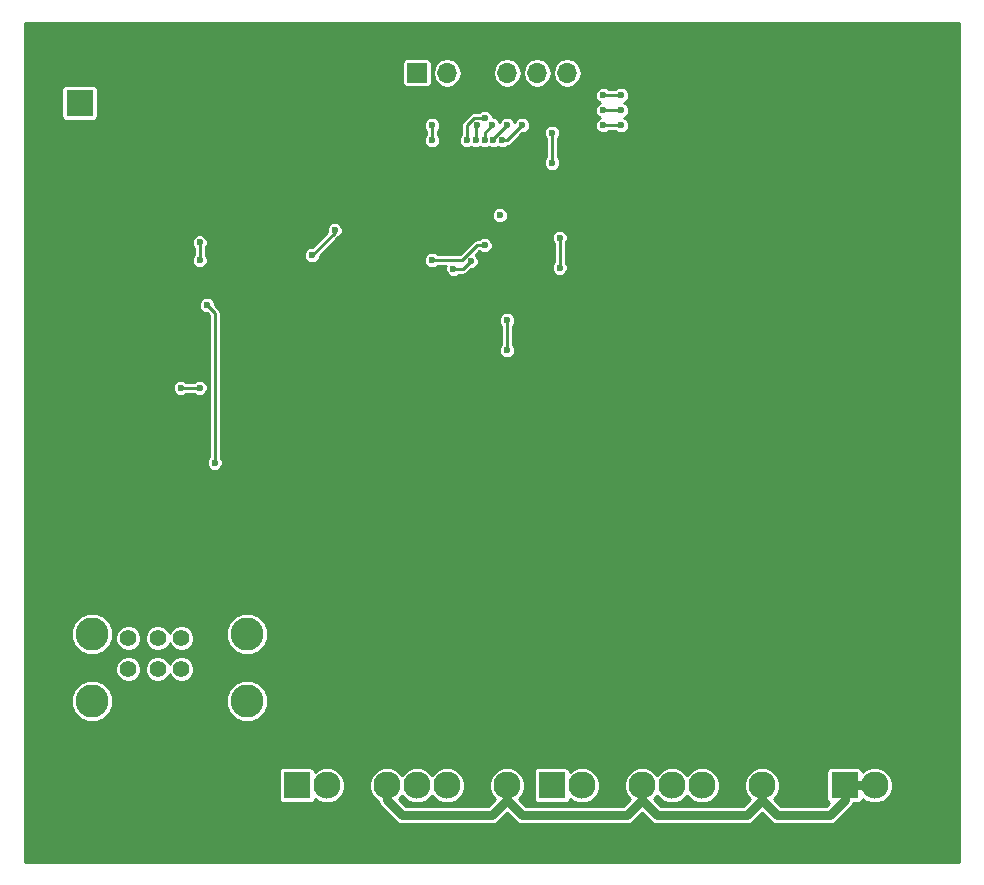
<source format=gbl>
G04 #@! TF.FileFunction,Copper,L2,Bot,Signal*
%FSLAX46Y46*%
G04 Gerber Fmt 4.6, Leading zero omitted, Abs format (unit mm)*
G04 Created by KiCad (PCBNEW 4.0.2+dfsg1-stable) date Tue 14 Aug 2018 06:50:16 PM EDT*
%MOMM*%
G01*
G04 APERTURE LIST*
%ADD10C,0.127000*%
%ADD11C,1.420000*%
%ADD12C,2.800000*%
%ADD13C,2.300000*%
%ADD14R,2.300000X2.300000*%
%ADD15R,1.700000X1.700000*%
%ADD16O,1.700000X1.700000*%
%ADD17C,0.600000*%
%ADD18C,0.254000*%
%ADD19C,0.762000*%
G04 APERTURE END LIST*
D10*
D11*
X9200000Y19440005D03*
X11700000Y19440005D03*
X13700000Y19440005D03*
X16200000Y19440005D03*
X9200000Y16820005D03*
X11700000Y16820005D03*
X13700000Y16820005D03*
X16200000Y16820005D03*
D12*
X19270000Y14110005D03*
X19270000Y19790005D03*
X6130000Y19790005D03*
X6130000Y14110005D03*
D13*
X62865000Y6985000D03*
X60325000Y6985000D03*
X57785000Y6985000D03*
X55245000Y6985000D03*
X52705000Y6985000D03*
X50165000Y6985000D03*
X47625000Y6985000D03*
D14*
X45085000Y6985000D03*
X23495000Y6985000D03*
D13*
X26035000Y6985000D03*
X28575000Y6985000D03*
X31115000Y6985000D03*
X33655000Y6985000D03*
X36195000Y6985000D03*
X38735000Y6985000D03*
X41275000Y6985000D03*
D14*
X69850000Y6985000D03*
D13*
X72390000Y6985000D03*
D15*
X33655000Y67310000D03*
D16*
X36195000Y67310000D03*
X38735000Y67310000D03*
X41275000Y67310000D03*
X43815000Y67310000D03*
X46355000Y67310000D03*
D14*
X5080000Y64770000D03*
D13*
X7620000Y64770000D03*
D17*
X48260000Y55245000D03*
X48260000Y59055000D03*
X41367205Y60232795D03*
X41910000Y58420000D03*
X38100000Y57150000D03*
X3810000Y53975000D03*
X7620000Y53975000D03*
X19050000Y48260000D03*
X10160000Y45720000D03*
X9525000Y45720000D03*
X8890000Y45720000D03*
X8255000Y45720000D03*
X9525000Y49530000D03*
X8890000Y49530000D03*
X8255000Y49530000D03*
X10160000Y49530000D03*
X76200000Y59690000D03*
X20320000Y22860000D03*
X31115000Y59690000D03*
X32385000Y55245000D03*
X12065000Y50800000D03*
X23495000Y34925000D03*
X33655000Y34925000D03*
X45085000Y34925000D03*
X61595000Y40640000D03*
X55245000Y34925000D03*
X23495000Y40640000D03*
X29845000Y40640000D03*
X33710619Y40584381D03*
X40005000Y40640000D03*
X55181881Y40576881D03*
X51435000Y40640000D03*
X45085000Y40640000D03*
X46990000Y45085000D03*
X46990000Y46355000D03*
X46990000Y47650200D03*
X38100000Y47000200D03*
X38100000Y45720000D03*
X34925000Y43180000D03*
X62865000Y21590000D03*
X52705000Y21590000D03*
X31115000Y21590000D03*
X41275000Y21590000D03*
X15240000Y26670000D03*
X34925000Y62865000D03*
X34925000Y61595000D03*
X39370000Y63500000D03*
X37865194Y61595000D03*
X38735000Y62865000D03*
X38617597Y61595000D03*
X45720000Y53340000D03*
X45720000Y50800000D03*
X41275000Y46355000D03*
X41275000Y43815000D03*
X13649401Y40640000D03*
X15240000Y40640000D03*
X40005000Y62865000D03*
X39370000Y61595000D03*
X50922200Y65405000D03*
X49407800Y65405000D03*
X41275000Y62865000D03*
X40122403Y61595000D03*
X50922200Y64135000D03*
X49407800Y64135000D03*
X42545000Y62865000D03*
X40874806Y61595000D03*
X50922200Y62865000D03*
X49407800Y62865000D03*
X39370000Y52705000D03*
X34925000Y51435000D03*
X26670000Y53975000D03*
X24765000Y51862180D03*
X45085000Y59690000D03*
X45085000Y62230000D03*
X38192205Y51342795D03*
X36735296Y50705296D03*
X40664698Y55245000D03*
X15875000Y47625000D03*
X16510000Y34290000D03*
X15240000Y52949401D03*
X15240000Y51435000D03*
D18*
X34925000Y61595000D02*
X34925000Y62865000D01*
X37865194Y61595000D02*
X37865194Y62852708D01*
X37865194Y62852708D02*
X38512486Y63500000D01*
X38512486Y63500000D02*
X39370000Y63500000D01*
X38617597Y61595000D02*
X38617597Y62747597D01*
X38617597Y62747597D02*
X38735000Y62865000D01*
X45720000Y50800000D02*
X45720000Y53340000D01*
X41275000Y43815000D02*
X41275000Y46355000D01*
D19*
X69850000Y6985000D02*
X72390000Y6985000D01*
X62865000Y6985000D02*
X62865000Y5715000D01*
X62865000Y5715000D02*
X64135000Y4445000D01*
X69850000Y5715000D02*
X69850000Y6985000D01*
X68580000Y4445000D02*
X69850000Y5715000D01*
X64135000Y4445000D02*
X68580000Y4445000D01*
X52705000Y5715000D02*
X53975000Y4445000D01*
X61595000Y4445000D02*
X62865000Y5715000D01*
X53975000Y4445000D02*
X61595000Y4445000D01*
X41275000Y5715000D02*
X42545000Y4445000D01*
X52705000Y5715000D02*
X52705000Y6985000D01*
X51435000Y4445000D02*
X52705000Y5715000D01*
X42545000Y4445000D02*
X51435000Y4445000D01*
X31115000Y6985000D02*
X31115000Y5715000D01*
X41275000Y5715000D02*
X41275000Y6985000D01*
X40005000Y4445000D02*
X41275000Y5715000D01*
X32385000Y4445000D02*
X40005000Y4445000D01*
X31115000Y5715000D02*
X32385000Y4445000D01*
D18*
X15240000Y40640000D02*
X13649401Y40640000D01*
X39370000Y61595000D02*
X39370000Y62230000D01*
X39370000Y62230000D02*
X40005000Y62865000D01*
X49407800Y65405000D02*
X50922200Y65405000D01*
X40122403Y61595000D02*
X40122403Y61712403D01*
X40122403Y61712403D02*
X41275000Y62865000D01*
X49407800Y64135000D02*
X50922200Y64135000D01*
X40874806Y61595000D02*
X41275000Y61595000D01*
X41275000Y61595000D02*
X42545000Y62865000D01*
X49407800Y62865000D02*
X50922200Y62865000D01*
X39370000Y52705000D02*
X38735000Y52705000D01*
X38735000Y52705000D02*
X37465000Y51435000D01*
X37465000Y51435000D02*
X38100000Y52070000D01*
X34925000Y51435000D02*
X37465000Y51435000D01*
X24765000Y51862180D02*
X26670000Y53767180D01*
X26670000Y53767180D02*
X26670000Y53975000D01*
X45085000Y62230000D02*
X45085000Y59690000D01*
X36735296Y50705296D02*
X37554706Y50705296D01*
X37554706Y50705296D02*
X38192205Y51342795D01*
X40740939Y55168759D02*
X40664698Y55245000D01*
X16510000Y34290000D02*
X16510000Y46990000D01*
X16510000Y46990000D02*
X15875000Y47625000D01*
X15240000Y51435000D02*
X15240000Y52949401D01*
G36*
X79544000Y456000D02*
X456000Y456000D01*
X456000Y8135000D01*
X21956536Y8135000D01*
X21956536Y5835000D01*
X21983103Y5693810D01*
X22066546Y5564135D01*
X22193866Y5477141D01*
X22345000Y5446536D01*
X24645000Y5446536D01*
X24786190Y5473103D01*
X24915865Y5556546D01*
X25002859Y5683866D01*
X25031146Y5823555D01*
X25166626Y5687838D01*
X25729129Y5454266D01*
X26338199Y5453735D01*
X26901109Y5686325D01*
X27332162Y6116626D01*
X27565734Y6679129D01*
X27565736Y6681801D01*
X29583735Y6681801D01*
X29816325Y6118891D01*
X30246626Y5687838D01*
X30368466Y5637245D01*
X30411004Y5423395D01*
X30555595Y5207000D01*
X30576185Y5176185D01*
X31846184Y3906185D01*
X32093395Y3741004D01*
X32385000Y3683000D01*
X40005000Y3683000D01*
X40296605Y3741004D01*
X40543815Y3906185D01*
X41275000Y4637369D01*
X42006184Y3906185D01*
X42253395Y3741004D01*
X42545000Y3683000D01*
X51435000Y3683000D01*
X51726605Y3741004D01*
X51973815Y3906185D01*
X52705000Y4637369D01*
X53436184Y3906185D01*
X53683395Y3741004D01*
X53975000Y3683000D01*
X61595000Y3683000D01*
X61886605Y3741004D01*
X62133815Y3906185D01*
X62865000Y4637369D01*
X63596184Y3906185D01*
X63843395Y3741004D01*
X64135000Y3683000D01*
X68580000Y3683000D01*
X68871605Y3741004D01*
X69118815Y3906185D01*
X70388815Y5176184D01*
X70553996Y5423395D01*
X70558599Y5446536D01*
X71000000Y5446536D01*
X71141190Y5473103D01*
X71270865Y5556546D01*
X71357859Y5683866D01*
X71386146Y5823555D01*
X71521626Y5687838D01*
X72084129Y5454266D01*
X72693199Y5453735D01*
X73256109Y5686325D01*
X73687162Y6116626D01*
X73920734Y6679129D01*
X73921265Y7288199D01*
X73688675Y7851109D01*
X73258374Y8282162D01*
X72695871Y8515734D01*
X72086801Y8516265D01*
X71523891Y8283675D01*
X71386328Y8146352D01*
X71361897Y8276190D01*
X71278454Y8405865D01*
X71151134Y8492859D01*
X71000000Y8523464D01*
X68700000Y8523464D01*
X68558810Y8496897D01*
X68429135Y8413454D01*
X68342141Y8286134D01*
X68311536Y8135000D01*
X68311536Y5835000D01*
X68338103Y5693810D01*
X68421546Y5564135D01*
X68540338Y5482968D01*
X68264370Y5207000D01*
X64450631Y5207000D01*
X63851312Y5806318D01*
X64162162Y6116626D01*
X64395734Y6679129D01*
X64396265Y7288199D01*
X64163675Y7851109D01*
X63733374Y8282162D01*
X63170871Y8515734D01*
X62561801Y8516265D01*
X61998891Y8283675D01*
X61567838Y7853374D01*
X61334266Y7290871D01*
X61333735Y6681801D01*
X61566325Y6118891D01*
X61878520Y5806151D01*
X61279370Y5207000D01*
X54290631Y5207000D01*
X53691312Y5806318D01*
X53975327Y6089838D01*
X54376626Y5687838D01*
X54939129Y5454266D01*
X55548199Y5453735D01*
X56111109Y5686325D01*
X56515327Y6089838D01*
X56916626Y5687838D01*
X57479129Y5454266D01*
X58088199Y5453735D01*
X58651109Y5686325D01*
X59082162Y6116626D01*
X59315734Y6679129D01*
X59316265Y7288199D01*
X59083675Y7851109D01*
X58653374Y8282162D01*
X58090871Y8515734D01*
X57481801Y8516265D01*
X56918891Y8283675D01*
X56514673Y7880162D01*
X56113374Y8282162D01*
X55550871Y8515734D01*
X54941801Y8516265D01*
X54378891Y8283675D01*
X53974673Y7880162D01*
X53573374Y8282162D01*
X53010871Y8515734D01*
X52401801Y8516265D01*
X51838891Y8283675D01*
X51407838Y7853374D01*
X51174266Y7290871D01*
X51173735Y6681801D01*
X51406325Y6118891D01*
X51718520Y5806151D01*
X51119370Y5207000D01*
X42860631Y5207000D01*
X42261312Y5806318D01*
X42572162Y6116626D01*
X42805734Y6679129D01*
X42806265Y7288199D01*
X42573675Y7851109D01*
X42290280Y8135000D01*
X43546536Y8135000D01*
X43546536Y5835000D01*
X43573103Y5693810D01*
X43656546Y5564135D01*
X43783866Y5477141D01*
X43935000Y5446536D01*
X46235000Y5446536D01*
X46376190Y5473103D01*
X46505865Y5556546D01*
X46592859Y5683866D01*
X46621146Y5823555D01*
X46756626Y5687838D01*
X47319129Y5454266D01*
X47928199Y5453735D01*
X48491109Y5686325D01*
X48922162Y6116626D01*
X49155734Y6679129D01*
X49156265Y7288199D01*
X48923675Y7851109D01*
X48493374Y8282162D01*
X47930871Y8515734D01*
X47321801Y8516265D01*
X46758891Y8283675D01*
X46621328Y8146352D01*
X46596897Y8276190D01*
X46513454Y8405865D01*
X46386134Y8492859D01*
X46235000Y8523464D01*
X43935000Y8523464D01*
X43793810Y8496897D01*
X43664135Y8413454D01*
X43577141Y8286134D01*
X43546536Y8135000D01*
X42290280Y8135000D01*
X42143374Y8282162D01*
X41580871Y8515734D01*
X40971801Y8516265D01*
X40408891Y8283675D01*
X39977838Y7853374D01*
X39744266Y7290871D01*
X39743735Y6681801D01*
X39976325Y6118891D01*
X40288520Y5806151D01*
X39689370Y5207000D01*
X32700631Y5207000D01*
X32101312Y5806318D01*
X32385327Y6089838D01*
X32786626Y5687838D01*
X33349129Y5454266D01*
X33958199Y5453735D01*
X34521109Y5686325D01*
X34925327Y6089838D01*
X35326626Y5687838D01*
X35889129Y5454266D01*
X36498199Y5453735D01*
X37061109Y5686325D01*
X37492162Y6116626D01*
X37725734Y6679129D01*
X37726265Y7288199D01*
X37493675Y7851109D01*
X37063374Y8282162D01*
X36500871Y8515734D01*
X35891801Y8516265D01*
X35328891Y8283675D01*
X34924673Y7880162D01*
X34523374Y8282162D01*
X33960871Y8515734D01*
X33351801Y8516265D01*
X32788891Y8283675D01*
X32384673Y7880162D01*
X31983374Y8282162D01*
X31420871Y8515734D01*
X30811801Y8516265D01*
X30248891Y8283675D01*
X29817838Y7853374D01*
X29584266Y7290871D01*
X29583735Y6681801D01*
X27565736Y6681801D01*
X27566265Y7288199D01*
X27333675Y7851109D01*
X26903374Y8282162D01*
X26340871Y8515734D01*
X25731801Y8516265D01*
X25168891Y8283675D01*
X25031328Y8146352D01*
X25006897Y8276190D01*
X24923454Y8405865D01*
X24796134Y8492859D01*
X24645000Y8523464D01*
X22345000Y8523464D01*
X22203810Y8496897D01*
X22074135Y8413454D01*
X21987141Y8286134D01*
X21956536Y8135000D01*
X456000Y8135000D01*
X456000Y13757296D01*
X4348691Y13757296D01*
X4619261Y13102467D01*
X5119827Y12601027D01*
X5774183Y12329315D01*
X6482709Y12328696D01*
X7137538Y12599266D01*
X7638978Y13099832D01*
X7910690Y13754188D01*
X7910692Y13757296D01*
X17488691Y13757296D01*
X17759261Y13102467D01*
X18259827Y12601027D01*
X18914183Y12329315D01*
X19622709Y12328696D01*
X20277538Y12599266D01*
X20778978Y13099832D01*
X21050690Y13754188D01*
X21051309Y14462714D01*
X20780739Y15117543D01*
X20280173Y15618983D01*
X19625817Y15890695D01*
X18917291Y15891314D01*
X18262462Y15620744D01*
X17761022Y15120178D01*
X17489310Y14465822D01*
X17488691Y13757296D01*
X7910692Y13757296D01*
X7911309Y14462714D01*
X7640739Y15117543D01*
X7140173Y15618983D01*
X6485817Y15890695D01*
X5777291Y15891314D01*
X5122462Y15620744D01*
X4621022Y15120178D01*
X4349310Y14465822D01*
X4348691Y13757296D01*
X456000Y13757296D01*
X456000Y16603944D01*
X8108811Y16603944D01*
X8274556Y16202810D01*
X8581191Y15895639D01*
X8982035Y15729195D01*
X9416061Y15728816D01*
X9817195Y15894561D01*
X10124366Y16201196D01*
X10290810Y16602040D01*
X10290811Y16603944D01*
X10608811Y16603944D01*
X10774556Y16202810D01*
X11081191Y15895639D01*
X11482035Y15729195D01*
X11916061Y15728816D01*
X12317195Y15894561D01*
X12624366Y16201196D01*
X12699980Y16383297D01*
X12774556Y16202810D01*
X13081191Y15895639D01*
X13482035Y15729195D01*
X13916061Y15728816D01*
X14317195Y15894561D01*
X14624366Y16201196D01*
X14790810Y16602040D01*
X14791189Y17036066D01*
X14625444Y17437200D01*
X14318809Y17744371D01*
X13917965Y17910815D01*
X13483939Y17911194D01*
X13082805Y17745449D01*
X12775634Y17438814D01*
X12700020Y17256713D01*
X12625444Y17437200D01*
X12318809Y17744371D01*
X11917965Y17910815D01*
X11483939Y17911194D01*
X11082805Y17745449D01*
X10775634Y17438814D01*
X10609190Y17037970D01*
X10608811Y16603944D01*
X10290811Y16603944D01*
X10291189Y17036066D01*
X10125444Y17437200D01*
X9818809Y17744371D01*
X9417965Y17910815D01*
X8983939Y17911194D01*
X8582805Y17745449D01*
X8275634Y17438814D01*
X8109190Y17037970D01*
X8108811Y16603944D01*
X456000Y16603944D01*
X456000Y19437296D01*
X4348691Y19437296D01*
X4619261Y18782467D01*
X5119827Y18281027D01*
X5774183Y18009315D01*
X6482709Y18008696D01*
X7137538Y18279266D01*
X7638978Y18779832D01*
X7823389Y19223944D01*
X8108811Y19223944D01*
X8274556Y18822810D01*
X8581191Y18515639D01*
X8982035Y18349195D01*
X9416061Y18348816D01*
X9817195Y18514561D01*
X10124366Y18821196D01*
X10290810Y19222040D01*
X10290811Y19223944D01*
X10608811Y19223944D01*
X10774556Y18822810D01*
X11081191Y18515639D01*
X11482035Y18349195D01*
X11916061Y18348816D01*
X12317195Y18514561D01*
X12624366Y18821196D01*
X12699980Y19003297D01*
X12774556Y18822810D01*
X13081191Y18515639D01*
X13482035Y18349195D01*
X13916061Y18348816D01*
X14317195Y18514561D01*
X14624366Y18821196D01*
X14790810Y19222040D01*
X14790997Y19437296D01*
X17488691Y19437296D01*
X17759261Y18782467D01*
X18259827Y18281027D01*
X18914183Y18009315D01*
X19622709Y18008696D01*
X20277538Y18279266D01*
X20778978Y18779832D01*
X21050690Y19434188D01*
X21051309Y20142714D01*
X20780739Y20797543D01*
X20280173Y21298983D01*
X19625817Y21570695D01*
X18917291Y21571314D01*
X18262462Y21300744D01*
X17761022Y20800178D01*
X17489310Y20145822D01*
X17488691Y19437296D01*
X14790997Y19437296D01*
X14791189Y19656066D01*
X14625444Y20057200D01*
X14318809Y20364371D01*
X13917965Y20530815D01*
X13483939Y20531194D01*
X13082805Y20365449D01*
X12775634Y20058814D01*
X12700020Y19876713D01*
X12625444Y20057200D01*
X12318809Y20364371D01*
X11917965Y20530815D01*
X11483939Y20531194D01*
X11082805Y20365449D01*
X10775634Y20058814D01*
X10609190Y19657970D01*
X10608811Y19223944D01*
X10290811Y19223944D01*
X10291189Y19656066D01*
X10125444Y20057200D01*
X9818809Y20364371D01*
X9417965Y20530815D01*
X8983939Y20531194D01*
X8582805Y20365449D01*
X8275634Y20058814D01*
X8109190Y19657970D01*
X8108811Y19223944D01*
X7823389Y19223944D01*
X7910690Y19434188D01*
X7911309Y20142714D01*
X7640739Y20797543D01*
X7140173Y21298983D01*
X6485817Y21570695D01*
X5777291Y21571314D01*
X5122462Y21300744D01*
X4621022Y20800178D01*
X4349310Y20145822D01*
X4348691Y19437296D01*
X456000Y19437296D01*
X456000Y40505135D01*
X12968283Y40505135D01*
X13071740Y40254748D01*
X13263142Y40063013D01*
X13513347Y39959118D01*
X13784266Y39958882D01*
X14034653Y40062339D01*
X14104435Y40132000D01*
X14784874Y40132000D01*
X14853741Y40063013D01*
X15103946Y39959118D01*
X15374865Y39958882D01*
X15625252Y40062339D01*
X15816987Y40253741D01*
X15920882Y40503946D01*
X15921118Y40774865D01*
X15817661Y41025252D01*
X15626259Y41216987D01*
X15376054Y41320882D01*
X15105135Y41321118D01*
X14854748Y41217661D01*
X14784966Y41148000D01*
X14104527Y41148000D01*
X14035660Y41216987D01*
X13785455Y41320882D01*
X13514536Y41321118D01*
X13264149Y41217661D01*
X13072414Y41026259D01*
X12968519Y40776054D01*
X12968283Y40505135D01*
X456000Y40505135D01*
X456000Y47490135D01*
X15193882Y47490135D01*
X15297339Y47239748D01*
X15488741Y47048013D01*
X15738946Y46944118D01*
X15837547Y46944032D01*
X16002000Y46779579D01*
X16002000Y34745126D01*
X15933013Y34676259D01*
X15829118Y34426054D01*
X15828882Y34155135D01*
X15932339Y33904748D01*
X16123741Y33713013D01*
X16373946Y33609118D01*
X16644865Y33608882D01*
X16895252Y33712339D01*
X17086987Y33903741D01*
X17190882Y34153946D01*
X17191118Y34424865D01*
X17087661Y34675252D01*
X17018000Y34745034D01*
X17018000Y46220135D01*
X40593882Y46220135D01*
X40697339Y45969748D01*
X40767000Y45899966D01*
X40767000Y44270126D01*
X40698013Y44201259D01*
X40594118Y43951054D01*
X40593882Y43680135D01*
X40697339Y43429748D01*
X40888741Y43238013D01*
X41138946Y43134118D01*
X41409865Y43133882D01*
X41660252Y43237339D01*
X41851987Y43428741D01*
X41955882Y43678946D01*
X41956118Y43949865D01*
X41852661Y44200252D01*
X41783000Y44270034D01*
X41783000Y45899874D01*
X41851987Y45968741D01*
X41955882Y46218946D01*
X41956118Y46489865D01*
X41852661Y46740252D01*
X41661259Y46931987D01*
X41411054Y47035882D01*
X41140135Y47036118D01*
X40889748Y46932661D01*
X40698013Y46741259D01*
X40594118Y46491054D01*
X40593882Y46220135D01*
X17018000Y46220135D01*
X17018000Y46990000D01*
X16979331Y47184403D01*
X16869211Y47349210D01*
X16556033Y47662387D01*
X16556118Y47759865D01*
X16452661Y48010252D01*
X16261259Y48201987D01*
X16011054Y48305882D01*
X15740135Y48306118D01*
X15489748Y48202661D01*
X15298013Y48011259D01*
X15194118Y47761054D01*
X15193882Y47490135D01*
X456000Y47490135D01*
X456000Y52814536D01*
X14558882Y52814536D01*
X14662339Y52564149D01*
X14732000Y52494367D01*
X14732000Y51890126D01*
X14663013Y51821259D01*
X14559118Y51571054D01*
X14558882Y51300135D01*
X14662339Y51049748D01*
X14853741Y50858013D01*
X15103946Y50754118D01*
X15374865Y50753882D01*
X15625252Y50857339D01*
X15816987Y51048741D01*
X15920882Y51298946D01*
X15921118Y51569865D01*
X15856062Y51727315D01*
X24083882Y51727315D01*
X24187339Y51476928D01*
X24378741Y51285193D01*
X24628946Y51181298D01*
X24899865Y51181062D01*
X25150252Y51284519D01*
X25165895Y51300135D01*
X34243882Y51300135D01*
X34347339Y51049748D01*
X34538741Y50858013D01*
X34788946Y50754118D01*
X35059865Y50753882D01*
X35310252Y50857339D01*
X35380034Y50927000D01*
X36089979Y50927000D01*
X36054414Y50841350D01*
X36054178Y50570431D01*
X36157635Y50320044D01*
X36349037Y50128309D01*
X36599242Y50024414D01*
X36870161Y50024178D01*
X37120548Y50127635D01*
X37190330Y50197296D01*
X37554706Y50197296D01*
X37749109Y50235965D01*
X37913916Y50346086D01*
X38229592Y50661762D01*
X38327070Y50661677D01*
X38577457Y50765134D01*
X38769192Y50956536D01*
X38873087Y51206741D01*
X38873323Y51477660D01*
X38769866Y51728047D01*
X38623294Y51874874D01*
X38930134Y52181714D01*
X38983741Y52128013D01*
X39233946Y52024118D01*
X39504865Y52023882D01*
X39755252Y52127339D01*
X39946987Y52318741D01*
X40050882Y52568946D01*
X40051118Y52839865D01*
X39947661Y53090252D01*
X39832978Y53205135D01*
X45038882Y53205135D01*
X45142339Y52954748D01*
X45212000Y52884966D01*
X45212000Y51255126D01*
X45143013Y51186259D01*
X45039118Y50936054D01*
X45038882Y50665135D01*
X45142339Y50414748D01*
X45333741Y50223013D01*
X45583946Y50119118D01*
X45854865Y50118882D01*
X46105252Y50222339D01*
X46296987Y50413741D01*
X46400882Y50663946D01*
X46401118Y50934865D01*
X46297661Y51185252D01*
X46228000Y51255034D01*
X46228000Y52884874D01*
X46296987Y52953741D01*
X46400882Y53203946D01*
X46401118Y53474865D01*
X46297661Y53725252D01*
X46106259Y53916987D01*
X45856054Y54020882D01*
X45585135Y54021118D01*
X45334748Y53917661D01*
X45143013Y53726259D01*
X45039118Y53476054D01*
X45038882Y53205135D01*
X39832978Y53205135D01*
X39756259Y53281987D01*
X39506054Y53385882D01*
X39235135Y53386118D01*
X38984748Y53282661D01*
X38914966Y53213000D01*
X38735000Y53213000D01*
X38572850Y53180746D01*
X38540596Y53174331D01*
X38375790Y53064210D01*
X37740793Y52429213D01*
X37740790Y52429211D01*
X37381580Y52070000D01*
X37254580Y51943000D01*
X35380126Y51943000D01*
X35311259Y52011987D01*
X35061054Y52115882D01*
X34790135Y52116118D01*
X34539748Y52012661D01*
X34348013Y51821259D01*
X34244118Y51571054D01*
X34243882Y51300135D01*
X25165895Y51300135D01*
X25341987Y51475921D01*
X25445882Y51726126D01*
X25445968Y51824728D01*
X26992757Y53371517D01*
X27055252Y53397339D01*
X27246987Y53588741D01*
X27350882Y53838946D01*
X27351118Y54109865D01*
X27247661Y54360252D01*
X27056259Y54551987D01*
X26806054Y54655882D01*
X26535135Y54656118D01*
X26284748Y54552661D01*
X26093013Y54361259D01*
X25989118Y54111054D01*
X25988882Y53840135D01*
X25999306Y53814906D01*
X24727613Y52543213D01*
X24630135Y52543298D01*
X24379748Y52439841D01*
X24188013Y52248439D01*
X24084118Y51998234D01*
X24083882Y51727315D01*
X15856062Y51727315D01*
X15817661Y51820252D01*
X15748000Y51890034D01*
X15748000Y52494275D01*
X15816987Y52563142D01*
X15920882Y52813347D01*
X15921118Y53084266D01*
X15817661Y53334653D01*
X15626259Y53526388D01*
X15376054Y53630283D01*
X15105135Y53630519D01*
X14854748Y53527062D01*
X14663013Y53335660D01*
X14559118Y53085455D01*
X14558882Y52814536D01*
X456000Y52814536D01*
X456000Y55110135D01*
X39983580Y55110135D01*
X40087037Y54859748D01*
X40278439Y54668013D01*
X40528644Y54564118D01*
X40799563Y54563882D01*
X41049950Y54667339D01*
X41241685Y54858741D01*
X41345580Y55108946D01*
X41345816Y55379865D01*
X41242359Y55630252D01*
X41050957Y55821987D01*
X40800752Y55925882D01*
X40529833Y55926118D01*
X40279446Y55822661D01*
X40087711Y55631259D01*
X39983816Y55381054D01*
X39983580Y55110135D01*
X456000Y55110135D01*
X456000Y62730135D01*
X34243882Y62730135D01*
X34347339Y62479748D01*
X34417000Y62409966D01*
X34417000Y62050126D01*
X34348013Y61981259D01*
X34244118Y61731054D01*
X34243882Y61460135D01*
X34347339Y61209748D01*
X34538741Y61018013D01*
X34788946Y60914118D01*
X35059865Y60913882D01*
X35310252Y61017339D01*
X35501987Y61208741D01*
X35605882Y61458946D01*
X35605883Y61460135D01*
X37184076Y61460135D01*
X37287533Y61209748D01*
X37478935Y61018013D01*
X37729140Y60914118D01*
X38000059Y60913882D01*
X38241682Y61013718D01*
X38481543Y60914118D01*
X38752462Y60913882D01*
X38994085Y61013718D01*
X39233946Y60914118D01*
X39504865Y60913882D01*
X39746488Y61013718D01*
X39986349Y60914118D01*
X40257268Y60913882D01*
X40498891Y61013718D01*
X40738752Y60914118D01*
X41009671Y60913882D01*
X41260058Y61017339D01*
X41343487Y61100623D01*
X41469403Y61125669D01*
X41634210Y61235790D01*
X42493555Y62095135D01*
X44403882Y62095135D01*
X44507339Y61844748D01*
X44577000Y61774966D01*
X44577000Y60145126D01*
X44508013Y60076259D01*
X44404118Y59826054D01*
X44403882Y59555135D01*
X44507339Y59304748D01*
X44698741Y59113013D01*
X44948946Y59009118D01*
X45219865Y59008882D01*
X45470252Y59112339D01*
X45661987Y59303741D01*
X45765882Y59553946D01*
X45766118Y59824865D01*
X45662661Y60075252D01*
X45593000Y60145034D01*
X45593000Y61774874D01*
X45661987Y61843741D01*
X45765882Y62093946D01*
X45766118Y62364865D01*
X45662661Y62615252D01*
X45471259Y62806987D01*
X45221054Y62910882D01*
X44950135Y62911118D01*
X44699748Y62807661D01*
X44508013Y62616259D01*
X44404118Y62366054D01*
X44403882Y62095135D01*
X42493555Y62095135D01*
X42582387Y62183967D01*
X42679865Y62183882D01*
X42930252Y62287339D01*
X43121987Y62478741D01*
X43225882Y62728946D01*
X43226118Y62999865D01*
X43122661Y63250252D01*
X42931259Y63441987D01*
X42681054Y63545882D01*
X42410135Y63546118D01*
X42159748Y63442661D01*
X41968013Y63251259D01*
X41909986Y63111515D01*
X41852661Y63250252D01*
X41661259Y63441987D01*
X41411054Y63545882D01*
X41140135Y63546118D01*
X40889748Y63442661D01*
X40698013Y63251259D01*
X40639986Y63111515D01*
X40582661Y63250252D01*
X40391259Y63441987D01*
X40141054Y63545882D01*
X40051041Y63545960D01*
X40051118Y63634865D01*
X39947661Y63885252D01*
X39756259Y64076987D01*
X39506054Y64180882D01*
X39235135Y64181118D01*
X38984748Y64077661D01*
X38914966Y64008000D01*
X38512486Y64008000D01*
X38318082Y63969331D01*
X38153276Y63859210D01*
X37505984Y63211918D01*
X37395863Y63047111D01*
X37357194Y62852708D01*
X37357194Y62050126D01*
X37288207Y61981259D01*
X37184312Y61731054D01*
X37184076Y61460135D01*
X35605883Y61460135D01*
X35606118Y61729865D01*
X35502661Y61980252D01*
X35433000Y62050034D01*
X35433000Y62409874D01*
X35501987Y62478741D01*
X35605882Y62728946D01*
X35606118Y62999865D01*
X35502661Y63250252D01*
X35311259Y63441987D01*
X35061054Y63545882D01*
X34790135Y63546118D01*
X34539748Y63442661D01*
X34348013Y63251259D01*
X34244118Y63001054D01*
X34243882Y62730135D01*
X456000Y62730135D01*
X456000Y65920000D01*
X3541536Y65920000D01*
X3541536Y63620000D01*
X3568103Y63478810D01*
X3651546Y63349135D01*
X3778866Y63262141D01*
X3930000Y63231536D01*
X6230000Y63231536D01*
X6371190Y63258103D01*
X6500865Y63341546D01*
X6587859Y63468866D01*
X6618464Y63620000D01*
X6618464Y65270135D01*
X48726682Y65270135D01*
X48830139Y65019748D01*
X49021541Y64828013D01*
X49161285Y64769986D01*
X49022548Y64712661D01*
X48830813Y64521259D01*
X48726918Y64271054D01*
X48726682Y64000135D01*
X48830139Y63749748D01*
X49021541Y63558013D01*
X49161285Y63499986D01*
X49022548Y63442661D01*
X48830813Y63251259D01*
X48726918Y63001054D01*
X48726682Y62730135D01*
X48830139Y62479748D01*
X49021541Y62288013D01*
X49271746Y62184118D01*
X49542665Y62183882D01*
X49793052Y62287339D01*
X49862834Y62357000D01*
X50467074Y62357000D01*
X50535941Y62288013D01*
X50786146Y62184118D01*
X51057065Y62183882D01*
X51307452Y62287339D01*
X51499187Y62478741D01*
X51603082Y62728946D01*
X51603318Y62999865D01*
X51499861Y63250252D01*
X51308459Y63441987D01*
X51168715Y63500014D01*
X51307452Y63557339D01*
X51499187Y63748741D01*
X51603082Y63998946D01*
X51603318Y64269865D01*
X51499861Y64520252D01*
X51308459Y64711987D01*
X51168715Y64770014D01*
X51307452Y64827339D01*
X51499187Y65018741D01*
X51603082Y65268946D01*
X51603318Y65539865D01*
X51499861Y65790252D01*
X51308459Y65981987D01*
X51058254Y66085882D01*
X50787335Y66086118D01*
X50536948Y65982661D01*
X50467166Y65913000D01*
X49862926Y65913000D01*
X49794059Y65981987D01*
X49543854Y66085882D01*
X49272935Y66086118D01*
X49022548Y65982661D01*
X48830813Y65791259D01*
X48726918Y65541054D01*
X48726682Y65270135D01*
X6618464Y65270135D01*
X6618464Y65920000D01*
X6591897Y66061190D01*
X6508454Y66190865D01*
X6381134Y66277859D01*
X6230000Y66308464D01*
X3930000Y66308464D01*
X3788810Y66281897D01*
X3659135Y66198454D01*
X3572141Y66071134D01*
X3541536Y65920000D01*
X456000Y65920000D01*
X456000Y68160000D01*
X32416536Y68160000D01*
X32416536Y66460000D01*
X32443103Y66318810D01*
X32526546Y66189135D01*
X32653866Y66102141D01*
X32805000Y66071536D01*
X34505000Y66071536D01*
X34646190Y66098103D01*
X34775865Y66181546D01*
X34862859Y66308866D01*
X34893464Y66460000D01*
X34893464Y67334117D01*
X34964000Y67334117D01*
X34964000Y67285883D01*
X35057704Y66814800D01*
X35324552Y66415435D01*
X35723917Y66148587D01*
X36195000Y66054883D01*
X36666083Y66148587D01*
X37065448Y66415435D01*
X37332296Y66814800D01*
X37426000Y67285883D01*
X37426000Y67334117D01*
X40044000Y67334117D01*
X40044000Y67285883D01*
X40137704Y66814800D01*
X40404552Y66415435D01*
X40803917Y66148587D01*
X41275000Y66054883D01*
X41746083Y66148587D01*
X42145448Y66415435D01*
X42412296Y66814800D01*
X42506000Y67285883D01*
X42506000Y67334117D01*
X42584000Y67334117D01*
X42584000Y67285883D01*
X42677704Y66814800D01*
X42944552Y66415435D01*
X43343917Y66148587D01*
X43815000Y66054883D01*
X44286083Y66148587D01*
X44685448Y66415435D01*
X44952296Y66814800D01*
X45046000Y67285883D01*
X45046000Y67334117D01*
X45124000Y67334117D01*
X45124000Y67285883D01*
X45217704Y66814800D01*
X45484552Y66415435D01*
X45883917Y66148587D01*
X46355000Y66054883D01*
X46826083Y66148587D01*
X47225448Y66415435D01*
X47492296Y66814800D01*
X47586000Y67285883D01*
X47586000Y67334117D01*
X47492296Y67805200D01*
X47225448Y68204565D01*
X46826083Y68471413D01*
X46355000Y68565117D01*
X45883917Y68471413D01*
X45484552Y68204565D01*
X45217704Y67805200D01*
X45124000Y67334117D01*
X45046000Y67334117D01*
X44952296Y67805200D01*
X44685448Y68204565D01*
X44286083Y68471413D01*
X43815000Y68565117D01*
X43343917Y68471413D01*
X42944552Y68204565D01*
X42677704Y67805200D01*
X42584000Y67334117D01*
X42506000Y67334117D01*
X42412296Y67805200D01*
X42145448Y68204565D01*
X41746083Y68471413D01*
X41275000Y68565117D01*
X40803917Y68471413D01*
X40404552Y68204565D01*
X40137704Y67805200D01*
X40044000Y67334117D01*
X37426000Y67334117D01*
X37332296Y67805200D01*
X37065448Y68204565D01*
X36666083Y68471413D01*
X36195000Y68565117D01*
X35723917Y68471413D01*
X35324552Y68204565D01*
X35057704Y67805200D01*
X34964000Y67334117D01*
X34893464Y67334117D01*
X34893464Y68160000D01*
X34866897Y68301190D01*
X34783454Y68430865D01*
X34656134Y68517859D01*
X34505000Y68548464D01*
X32805000Y68548464D01*
X32663810Y68521897D01*
X32534135Y68438454D01*
X32447141Y68311134D01*
X32416536Y68160000D01*
X456000Y68160000D01*
X456000Y71544000D01*
X79544000Y71544000D01*
X79544000Y456000D01*
X79544000Y456000D01*
G37*
X79544000Y456000D02*
X456000Y456000D01*
X456000Y8135000D01*
X21956536Y8135000D01*
X21956536Y5835000D01*
X21983103Y5693810D01*
X22066546Y5564135D01*
X22193866Y5477141D01*
X22345000Y5446536D01*
X24645000Y5446536D01*
X24786190Y5473103D01*
X24915865Y5556546D01*
X25002859Y5683866D01*
X25031146Y5823555D01*
X25166626Y5687838D01*
X25729129Y5454266D01*
X26338199Y5453735D01*
X26901109Y5686325D01*
X27332162Y6116626D01*
X27565734Y6679129D01*
X27565736Y6681801D01*
X29583735Y6681801D01*
X29816325Y6118891D01*
X30246626Y5687838D01*
X30368466Y5637245D01*
X30411004Y5423395D01*
X30555595Y5207000D01*
X30576185Y5176185D01*
X31846184Y3906185D01*
X32093395Y3741004D01*
X32385000Y3683000D01*
X40005000Y3683000D01*
X40296605Y3741004D01*
X40543815Y3906185D01*
X41275000Y4637369D01*
X42006184Y3906185D01*
X42253395Y3741004D01*
X42545000Y3683000D01*
X51435000Y3683000D01*
X51726605Y3741004D01*
X51973815Y3906185D01*
X52705000Y4637369D01*
X53436184Y3906185D01*
X53683395Y3741004D01*
X53975000Y3683000D01*
X61595000Y3683000D01*
X61886605Y3741004D01*
X62133815Y3906185D01*
X62865000Y4637369D01*
X63596184Y3906185D01*
X63843395Y3741004D01*
X64135000Y3683000D01*
X68580000Y3683000D01*
X68871605Y3741004D01*
X69118815Y3906185D01*
X70388815Y5176184D01*
X70553996Y5423395D01*
X70558599Y5446536D01*
X71000000Y5446536D01*
X71141190Y5473103D01*
X71270865Y5556546D01*
X71357859Y5683866D01*
X71386146Y5823555D01*
X71521626Y5687838D01*
X72084129Y5454266D01*
X72693199Y5453735D01*
X73256109Y5686325D01*
X73687162Y6116626D01*
X73920734Y6679129D01*
X73921265Y7288199D01*
X73688675Y7851109D01*
X73258374Y8282162D01*
X72695871Y8515734D01*
X72086801Y8516265D01*
X71523891Y8283675D01*
X71386328Y8146352D01*
X71361897Y8276190D01*
X71278454Y8405865D01*
X71151134Y8492859D01*
X71000000Y8523464D01*
X68700000Y8523464D01*
X68558810Y8496897D01*
X68429135Y8413454D01*
X68342141Y8286134D01*
X68311536Y8135000D01*
X68311536Y5835000D01*
X68338103Y5693810D01*
X68421546Y5564135D01*
X68540338Y5482968D01*
X68264370Y5207000D01*
X64450631Y5207000D01*
X63851312Y5806318D01*
X64162162Y6116626D01*
X64395734Y6679129D01*
X64396265Y7288199D01*
X64163675Y7851109D01*
X63733374Y8282162D01*
X63170871Y8515734D01*
X62561801Y8516265D01*
X61998891Y8283675D01*
X61567838Y7853374D01*
X61334266Y7290871D01*
X61333735Y6681801D01*
X61566325Y6118891D01*
X61878520Y5806151D01*
X61279370Y5207000D01*
X54290631Y5207000D01*
X53691312Y5806318D01*
X53975327Y6089838D01*
X54376626Y5687838D01*
X54939129Y5454266D01*
X55548199Y5453735D01*
X56111109Y5686325D01*
X56515327Y6089838D01*
X56916626Y5687838D01*
X57479129Y5454266D01*
X58088199Y5453735D01*
X58651109Y5686325D01*
X59082162Y6116626D01*
X59315734Y6679129D01*
X59316265Y7288199D01*
X59083675Y7851109D01*
X58653374Y8282162D01*
X58090871Y8515734D01*
X57481801Y8516265D01*
X56918891Y8283675D01*
X56514673Y7880162D01*
X56113374Y8282162D01*
X55550871Y8515734D01*
X54941801Y8516265D01*
X54378891Y8283675D01*
X53974673Y7880162D01*
X53573374Y8282162D01*
X53010871Y8515734D01*
X52401801Y8516265D01*
X51838891Y8283675D01*
X51407838Y7853374D01*
X51174266Y7290871D01*
X51173735Y6681801D01*
X51406325Y6118891D01*
X51718520Y5806151D01*
X51119370Y5207000D01*
X42860631Y5207000D01*
X42261312Y5806318D01*
X42572162Y6116626D01*
X42805734Y6679129D01*
X42806265Y7288199D01*
X42573675Y7851109D01*
X42290280Y8135000D01*
X43546536Y8135000D01*
X43546536Y5835000D01*
X43573103Y5693810D01*
X43656546Y5564135D01*
X43783866Y5477141D01*
X43935000Y5446536D01*
X46235000Y5446536D01*
X46376190Y5473103D01*
X46505865Y5556546D01*
X46592859Y5683866D01*
X46621146Y5823555D01*
X46756626Y5687838D01*
X47319129Y5454266D01*
X47928199Y5453735D01*
X48491109Y5686325D01*
X48922162Y6116626D01*
X49155734Y6679129D01*
X49156265Y7288199D01*
X48923675Y7851109D01*
X48493374Y8282162D01*
X47930871Y8515734D01*
X47321801Y8516265D01*
X46758891Y8283675D01*
X46621328Y8146352D01*
X46596897Y8276190D01*
X46513454Y8405865D01*
X46386134Y8492859D01*
X46235000Y8523464D01*
X43935000Y8523464D01*
X43793810Y8496897D01*
X43664135Y8413454D01*
X43577141Y8286134D01*
X43546536Y8135000D01*
X42290280Y8135000D01*
X42143374Y8282162D01*
X41580871Y8515734D01*
X40971801Y8516265D01*
X40408891Y8283675D01*
X39977838Y7853374D01*
X39744266Y7290871D01*
X39743735Y6681801D01*
X39976325Y6118891D01*
X40288520Y5806151D01*
X39689370Y5207000D01*
X32700631Y5207000D01*
X32101312Y5806318D01*
X32385327Y6089838D01*
X32786626Y5687838D01*
X33349129Y5454266D01*
X33958199Y5453735D01*
X34521109Y5686325D01*
X34925327Y6089838D01*
X35326626Y5687838D01*
X35889129Y5454266D01*
X36498199Y5453735D01*
X37061109Y5686325D01*
X37492162Y6116626D01*
X37725734Y6679129D01*
X37726265Y7288199D01*
X37493675Y7851109D01*
X37063374Y8282162D01*
X36500871Y8515734D01*
X35891801Y8516265D01*
X35328891Y8283675D01*
X34924673Y7880162D01*
X34523374Y8282162D01*
X33960871Y8515734D01*
X33351801Y8516265D01*
X32788891Y8283675D01*
X32384673Y7880162D01*
X31983374Y8282162D01*
X31420871Y8515734D01*
X30811801Y8516265D01*
X30248891Y8283675D01*
X29817838Y7853374D01*
X29584266Y7290871D01*
X29583735Y6681801D01*
X27565736Y6681801D01*
X27566265Y7288199D01*
X27333675Y7851109D01*
X26903374Y8282162D01*
X26340871Y8515734D01*
X25731801Y8516265D01*
X25168891Y8283675D01*
X25031328Y8146352D01*
X25006897Y8276190D01*
X24923454Y8405865D01*
X24796134Y8492859D01*
X24645000Y8523464D01*
X22345000Y8523464D01*
X22203810Y8496897D01*
X22074135Y8413454D01*
X21987141Y8286134D01*
X21956536Y8135000D01*
X456000Y8135000D01*
X456000Y13757296D01*
X4348691Y13757296D01*
X4619261Y13102467D01*
X5119827Y12601027D01*
X5774183Y12329315D01*
X6482709Y12328696D01*
X7137538Y12599266D01*
X7638978Y13099832D01*
X7910690Y13754188D01*
X7910692Y13757296D01*
X17488691Y13757296D01*
X17759261Y13102467D01*
X18259827Y12601027D01*
X18914183Y12329315D01*
X19622709Y12328696D01*
X20277538Y12599266D01*
X20778978Y13099832D01*
X21050690Y13754188D01*
X21051309Y14462714D01*
X20780739Y15117543D01*
X20280173Y15618983D01*
X19625817Y15890695D01*
X18917291Y15891314D01*
X18262462Y15620744D01*
X17761022Y15120178D01*
X17489310Y14465822D01*
X17488691Y13757296D01*
X7910692Y13757296D01*
X7911309Y14462714D01*
X7640739Y15117543D01*
X7140173Y15618983D01*
X6485817Y15890695D01*
X5777291Y15891314D01*
X5122462Y15620744D01*
X4621022Y15120178D01*
X4349310Y14465822D01*
X4348691Y13757296D01*
X456000Y13757296D01*
X456000Y16603944D01*
X8108811Y16603944D01*
X8274556Y16202810D01*
X8581191Y15895639D01*
X8982035Y15729195D01*
X9416061Y15728816D01*
X9817195Y15894561D01*
X10124366Y16201196D01*
X10290810Y16602040D01*
X10290811Y16603944D01*
X10608811Y16603944D01*
X10774556Y16202810D01*
X11081191Y15895639D01*
X11482035Y15729195D01*
X11916061Y15728816D01*
X12317195Y15894561D01*
X12624366Y16201196D01*
X12699980Y16383297D01*
X12774556Y16202810D01*
X13081191Y15895639D01*
X13482035Y15729195D01*
X13916061Y15728816D01*
X14317195Y15894561D01*
X14624366Y16201196D01*
X14790810Y16602040D01*
X14791189Y17036066D01*
X14625444Y17437200D01*
X14318809Y17744371D01*
X13917965Y17910815D01*
X13483939Y17911194D01*
X13082805Y17745449D01*
X12775634Y17438814D01*
X12700020Y17256713D01*
X12625444Y17437200D01*
X12318809Y17744371D01*
X11917965Y17910815D01*
X11483939Y17911194D01*
X11082805Y17745449D01*
X10775634Y17438814D01*
X10609190Y17037970D01*
X10608811Y16603944D01*
X10290811Y16603944D01*
X10291189Y17036066D01*
X10125444Y17437200D01*
X9818809Y17744371D01*
X9417965Y17910815D01*
X8983939Y17911194D01*
X8582805Y17745449D01*
X8275634Y17438814D01*
X8109190Y17037970D01*
X8108811Y16603944D01*
X456000Y16603944D01*
X456000Y19437296D01*
X4348691Y19437296D01*
X4619261Y18782467D01*
X5119827Y18281027D01*
X5774183Y18009315D01*
X6482709Y18008696D01*
X7137538Y18279266D01*
X7638978Y18779832D01*
X7823389Y19223944D01*
X8108811Y19223944D01*
X8274556Y18822810D01*
X8581191Y18515639D01*
X8982035Y18349195D01*
X9416061Y18348816D01*
X9817195Y18514561D01*
X10124366Y18821196D01*
X10290810Y19222040D01*
X10290811Y19223944D01*
X10608811Y19223944D01*
X10774556Y18822810D01*
X11081191Y18515639D01*
X11482035Y18349195D01*
X11916061Y18348816D01*
X12317195Y18514561D01*
X12624366Y18821196D01*
X12699980Y19003297D01*
X12774556Y18822810D01*
X13081191Y18515639D01*
X13482035Y18349195D01*
X13916061Y18348816D01*
X14317195Y18514561D01*
X14624366Y18821196D01*
X14790810Y19222040D01*
X14790997Y19437296D01*
X17488691Y19437296D01*
X17759261Y18782467D01*
X18259827Y18281027D01*
X18914183Y18009315D01*
X19622709Y18008696D01*
X20277538Y18279266D01*
X20778978Y18779832D01*
X21050690Y19434188D01*
X21051309Y20142714D01*
X20780739Y20797543D01*
X20280173Y21298983D01*
X19625817Y21570695D01*
X18917291Y21571314D01*
X18262462Y21300744D01*
X17761022Y20800178D01*
X17489310Y20145822D01*
X17488691Y19437296D01*
X14790997Y19437296D01*
X14791189Y19656066D01*
X14625444Y20057200D01*
X14318809Y20364371D01*
X13917965Y20530815D01*
X13483939Y20531194D01*
X13082805Y20365449D01*
X12775634Y20058814D01*
X12700020Y19876713D01*
X12625444Y20057200D01*
X12318809Y20364371D01*
X11917965Y20530815D01*
X11483939Y20531194D01*
X11082805Y20365449D01*
X10775634Y20058814D01*
X10609190Y19657970D01*
X10608811Y19223944D01*
X10290811Y19223944D01*
X10291189Y19656066D01*
X10125444Y20057200D01*
X9818809Y20364371D01*
X9417965Y20530815D01*
X8983939Y20531194D01*
X8582805Y20365449D01*
X8275634Y20058814D01*
X8109190Y19657970D01*
X8108811Y19223944D01*
X7823389Y19223944D01*
X7910690Y19434188D01*
X7911309Y20142714D01*
X7640739Y20797543D01*
X7140173Y21298983D01*
X6485817Y21570695D01*
X5777291Y21571314D01*
X5122462Y21300744D01*
X4621022Y20800178D01*
X4349310Y20145822D01*
X4348691Y19437296D01*
X456000Y19437296D01*
X456000Y40505135D01*
X12968283Y40505135D01*
X13071740Y40254748D01*
X13263142Y40063013D01*
X13513347Y39959118D01*
X13784266Y39958882D01*
X14034653Y40062339D01*
X14104435Y40132000D01*
X14784874Y40132000D01*
X14853741Y40063013D01*
X15103946Y39959118D01*
X15374865Y39958882D01*
X15625252Y40062339D01*
X15816987Y40253741D01*
X15920882Y40503946D01*
X15921118Y40774865D01*
X15817661Y41025252D01*
X15626259Y41216987D01*
X15376054Y41320882D01*
X15105135Y41321118D01*
X14854748Y41217661D01*
X14784966Y41148000D01*
X14104527Y41148000D01*
X14035660Y41216987D01*
X13785455Y41320882D01*
X13514536Y41321118D01*
X13264149Y41217661D01*
X13072414Y41026259D01*
X12968519Y40776054D01*
X12968283Y40505135D01*
X456000Y40505135D01*
X456000Y47490135D01*
X15193882Y47490135D01*
X15297339Y47239748D01*
X15488741Y47048013D01*
X15738946Y46944118D01*
X15837547Y46944032D01*
X16002000Y46779579D01*
X16002000Y34745126D01*
X15933013Y34676259D01*
X15829118Y34426054D01*
X15828882Y34155135D01*
X15932339Y33904748D01*
X16123741Y33713013D01*
X16373946Y33609118D01*
X16644865Y33608882D01*
X16895252Y33712339D01*
X17086987Y33903741D01*
X17190882Y34153946D01*
X17191118Y34424865D01*
X17087661Y34675252D01*
X17018000Y34745034D01*
X17018000Y46220135D01*
X40593882Y46220135D01*
X40697339Y45969748D01*
X40767000Y45899966D01*
X40767000Y44270126D01*
X40698013Y44201259D01*
X40594118Y43951054D01*
X40593882Y43680135D01*
X40697339Y43429748D01*
X40888741Y43238013D01*
X41138946Y43134118D01*
X41409865Y43133882D01*
X41660252Y43237339D01*
X41851987Y43428741D01*
X41955882Y43678946D01*
X41956118Y43949865D01*
X41852661Y44200252D01*
X41783000Y44270034D01*
X41783000Y45899874D01*
X41851987Y45968741D01*
X41955882Y46218946D01*
X41956118Y46489865D01*
X41852661Y46740252D01*
X41661259Y46931987D01*
X41411054Y47035882D01*
X41140135Y47036118D01*
X40889748Y46932661D01*
X40698013Y46741259D01*
X40594118Y46491054D01*
X40593882Y46220135D01*
X17018000Y46220135D01*
X17018000Y46990000D01*
X16979331Y47184403D01*
X16869211Y47349210D01*
X16556033Y47662387D01*
X16556118Y47759865D01*
X16452661Y48010252D01*
X16261259Y48201987D01*
X16011054Y48305882D01*
X15740135Y48306118D01*
X15489748Y48202661D01*
X15298013Y48011259D01*
X15194118Y47761054D01*
X15193882Y47490135D01*
X456000Y47490135D01*
X456000Y52814536D01*
X14558882Y52814536D01*
X14662339Y52564149D01*
X14732000Y52494367D01*
X14732000Y51890126D01*
X14663013Y51821259D01*
X14559118Y51571054D01*
X14558882Y51300135D01*
X14662339Y51049748D01*
X14853741Y50858013D01*
X15103946Y50754118D01*
X15374865Y50753882D01*
X15625252Y50857339D01*
X15816987Y51048741D01*
X15920882Y51298946D01*
X15921118Y51569865D01*
X15856062Y51727315D01*
X24083882Y51727315D01*
X24187339Y51476928D01*
X24378741Y51285193D01*
X24628946Y51181298D01*
X24899865Y51181062D01*
X25150252Y51284519D01*
X25165895Y51300135D01*
X34243882Y51300135D01*
X34347339Y51049748D01*
X34538741Y50858013D01*
X34788946Y50754118D01*
X35059865Y50753882D01*
X35310252Y50857339D01*
X35380034Y50927000D01*
X36089979Y50927000D01*
X36054414Y50841350D01*
X36054178Y50570431D01*
X36157635Y50320044D01*
X36349037Y50128309D01*
X36599242Y50024414D01*
X36870161Y50024178D01*
X37120548Y50127635D01*
X37190330Y50197296D01*
X37554706Y50197296D01*
X37749109Y50235965D01*
X37913916Y50346086D01*
X38229592Y50661762D01*
X38327070Y50661677D01*
X38577457Y50765134D01*
X38769192Y50956536D01*
X38873087Y51206741D01*
X38873323Y51477660D01*
X38769866Y51728047D01*
X38623294Y51874874D01*
X38930134Y52181714D01*
X38983741Y52128013D01*
X39233946Y52024118D01*
X39504865Y52023882D01*
X39755252Y52127339D01*
X39946987Y52318741D01*
X40050882Y52568946D01*
X40051118Y52839865D01*
X39947661Y53090252D01*
X39832978Y53205135D01*
X45038882Y53205135D01*
X45142339Y52954748D01*
X45212000Y52884966D01*
X45212000Y51255126D01*
X45143013Y51186259D01*
X45039118Y50936054D01*
X45038882Y50665135D01*
X45142339Y50414748D01*
X45333741Y50223013D01*
X45583946Y50119118D01*
X45854865Y50118882D01*
X46105252Y50222339D01*
X46296987Y50413741D01*
X46400882Y50663946D01*
X46401118Y50934865D01*
X46297661Y51185252D01*
X46228000Y51255034D01*
X46228000Y52884874D01*
X46296987Y52953741D01*
X46400882Y53203946D01*
X46401118Y53474865D01*
X46297661Y53725252D01*
X46106259Y53916987D01*
X45856054Y54020882D01*
X45585135Y54021118D01*
X45334748Y53917661D01*
X45143013Y53726259D01*
X45039118Y53476054D01*
X45038882Y53205135D01*
X39832978Y53205135D01*
X39756259Y53281987D01*
X39506054Y53385882D01*
X39235135Y53386118D01*
X38984748Y53282661D01*
X38914966Y53213000D01*
X38735000Y53213000D01*
X38572850Y53180746D01*
X38540596Y53174331D01*
X38375790Y53064210D01*
X37740793Y52429213D01*
X37740790Y52429211D01*
X37381580Y52070000D01*
X37254580Y51943000D01*
X35380126Y51943000D01*
X35311259Y52011987D01*
X35061054Y52115882D01*
X34790135Y52116118D01*
X34539748Y52012661D01*
X34348013Y51821259D01*
X34244118Y51571054D01*
X34243882Y51300135D01*
X25165895Y51300135D01*
X25341987Y51475921D01*
X25445882Y51726126D01*
X25445968Y51824728D01*
X26992757Y53371517D01*
X27055252Y53397339D01*
X27246987Y53588741D01*
X27350882Y53838946D01*
X27351118Y54109865D01*
X27247661Y54360252D01*
X27056259Y54551987D01*
X26806054Y54655882D01*
X26535135Y54656118D01*
X26284748Y54552661D01*
X26093013Y54361259D01*
X25989118Y54111054D01*
X25988882Y53840135D01*
X25999306Y53814906D01*
X24727613Y52543213D01*
X24630135Y52543298D01*
X24379748Y52439841D01*
X24188013Y52248439D01*
X24084118Y51998234D01*
X24083882Y51727315D01*
X15856062Y51727315D01*
X15817661Y51820252D01*
X15748000Y51890034D01*
X15748000Y52494275D01*
X15816987Y52563142D01*
X15920882Y52813347D01*
X15921118Y53084266D01*
X15817661Y53334653D01*
X15626259Y53526388D01*
X15376054Y53630283D01*
X15105135Y53630519D01*
X14854748Y53527062D01*
X14663013Y53335660D01*
X14559118Y53085455D01*
X14558882Y52814536D01*
X456000Y52814536D01*
X456000Y55110135D01*
X39983580Y55110135D01*
X40087037Y54859748D01*
X40278439Y54668013D01*
X40528644Y54564118D01*
X40799563Y54563882D01*
X41049950Y54667339D01*
X41241685Y54858741D01*
X41345580Y55108946D01*
X41345816Y55379865D01*
X41242359Y55630252D01*
X41050957Y55821987D01*
X40800752Y55925882D01*
X40529833Y55926118D01*
X40279446Y55822661D01*
X40087711Y55631259D01*
X39983816Y55381054D01*
X39983580Y55110135D01*
X456000Y55110135D01*
X456000Y62730135D01*
X34243882Y62730135D01*
X34347339Y62479748D01*
X34417000Y62409966D01*
X34417000Y62050126D01*
X34348013Y61981259D01*
X34244118Y61731054D01*
X34243882Y61460135D01*
X34347339Y61209748D01*
X34538741Y61018013D01*
X34788946Y60914118D01*
X35059865Y60913882D01*
X35310252Y61017339D01*
X35501987Y61208741D01*
X35605882Y61458946D01*
X35605883Y61460135D01*
X37184076Y61460135D01*
X37287533Y61209748D01*
X37478935Y61018013D01*
X37729140Y60914118D01*
X38000059Y60913882D01*
X38241682Y61013718D01*
X38481543Y60914118D01*
X38752462Y60913882D01*
X38994085Y61013718D01*
X39233946Y60914118D01*
X39504865Y60913882D01*
X39746488Y61013718D01*
X39986349Y60914118D01*
X40257268Y60913882D01*
X40498891Y61013718D01*
X40738752Y60914118D01*
X41009671Y60913882D01*
X41260058Y61017339D01*
X41343487Y61100623D01*
X41469403Y61125669D01*
X41634210Y61235790D01*
X42493555Y62095135D01*
X44403882Y62095135D01*
X44507339Y61844748D01*
X44577000Y61774966D01*
X44577000Y60145126D01*
X44508013Y60076259D01*
X44404118Y59826054D01*
X44403882Y59555135D01*
X44507339Y59304748D01*
X44698741Y59113013D01*
X44948946Y59009118D01*
X45219865Y59008882D01*
X45470252Y59112339D01*
X45661987Y59303741D01*
X45765882Y59553946D01*
X45766118Y59824865D01*
X45662661Y60075252D01*
X45593000Y60145034D01*
X45593000Y61774874D01*
X45661987Y61843741D01*
X45765882Y62093946D01*
X45766118Y62364865D01*
X45662661Y62615252D01*
X45471259Y62806987D01*
X45221054Y62910882D01*
X44950135Y62911118D01*
X44699748Y62807661D01*
X44508013Y62616259D01*
X44404118Y62366054D01*
X44403882Y62095135D01*
X42493555Y62095135D01*
X42582387Y62183967D01*
X42679865Y62183882D01*
X42930252Y62287339D01*
X43121987Y62478741D01*
X43225882Y62728946D01*
X43226118Y62999865D01*
X43122661Y63250252D01*
X42931259Y63441987D01*
X42681054Y63545882D01*
X42410135Y63546118D01*
X42159748Y63442661D01*
X41968013Y63251259D01*
X41909986Y63111515D01*
X41852661Y63250252D01*
X41661259Y63441987D01*
X41411054Y63545882D01*
X41140135Y63546118D01*
X40889748Y63442661D01*
X40698013Y63251259D01*
X40639986Y63111515D01*
X40582661Y63250252D01*
X40391259Y63441987D01*
X40141054Y63545882D01*
X40051041Y63545960D01*
X40051118Y63634865D01*
X39947661Y63885252D01*
X39756259Y64076987D01*
X39506054Y64180882D01*
X39235135Y64181118D01*
X38984748Y64077661D01*
X38914966Y64008000D01*
X38512486Y64008000D01*
X38318082Y63969331D01*
X38153276Y63859210D01*
X37505984Y63211918D01*
X37395863Y63047111D01*
X37357194Y62852708D01*
X37357194Y62050126D01*
X37288207Y61981259D01*
X37184312Y61731054D01*
X37184076Y61460135D01*
X35605883Y61460135D01*
X35606118Y61729865D01*
X35502661Y61980252D01*
X35433000Y62050034D01*
X35433000Y62409874D01*
X35501987Y62478741D01*
X35605882Y62728946D01*
X35606118Y62999865D01*
X35502661Y63250252D01*
X35311259Y63441987D01*
X35061054Y63545882D01*
X34790135Y63546118D01*
X34539748Y63442661D01*
X34348013Y63251259D01*
X34244118Y63001054D01*
X34243882Y62730135D01*
X456000Y62730135D01*
X456000Y65920000D01*
X3541536Y65920000D01*
X3541536Y63620000D01*
X3568103Y63478810D01*
X3651546Y63349135D01*
X3778866Y63262141D01*
X3930000Y63231536D01*
X6230000Y63231536D01*
X6371190Y63258103D01*
X6500865Y63341546D01*
X6587859Y63468866D01*
X6618464Y63620000D01*
X6618464Y65270135D01*
X48726682Y65270135D01*
X48830139Y65019748D01*
X49021541Y64828013D01*
X49161285Y64769986D01*
X49022548Y64712661D01*
X48830813Y64521259D01*
X48726918Y64271054D01*
X48726682Y64000135D01*
X48830139Y63749748D01*
X49021541Y63558013D01*
X49161285Y63499986D01*
X49022548Y63442661D01*
X48830813Y63251259D01*
X48726918Y63001054D01*
X48726682Y62730135D01*
X48830139Y62479748D01*
X49021541Y62288013D01*
X49271746Y62184118D01*
X49542665Y62183882D01*
X49793052Y62287339D01*
X49862834Y62357000D01*
X50467074Y62357000D01*
X50535941Y62288013D01*
X50786146Y62184118D01*
X51057065Y62183882D01*
X51307452Y62287339D01*
X51499187Y62478741D01*
X51603082Y62728946D01*
X51603318Y62999865D01*
X51499861Y63250252D01*
X51308459Y63441987D01*
X51168715Y63500014D01*
X51307452Y63557339D01*
X51499187Y63748741D01*
X51603082Y63998946D01*
X51603318Y64269865D01*
X51499861Y64520252D01*
X51308459Y64711987D01*
X51168715Y64770014D01*
X51307452Y64827339D01*
X51499187Y65018741D01*
X51603082Y65268946D01*
X51603318Y65539865D01*
X51499861Y65790252D01*
X51308459Y65981987D01*
X51058254Y66085882D01*
X50787335Y66086118D01*
X50536948Y65982661D01*
X50467166Y65913000D01*
X49862926Y65913000D01*
X49794059Y65981987D01*
X49543854Y66085882D01*
X49272935Y66086118D01*
X49022548Y65982661D01*
X48830813Y65791259D01*
X48726918Y65541054D01*
X48726682Y65270135D01*
X6618464Y65270135D01*
X6618464Y65920000D01*
X6591897Y66061190D01*
X6508454Y66190865D01*
X6381134Y66277859D01*
X6230000Y66308464D01*
X3930000Y66308464D01*
X3788810Y66281897D01*
X3659135Y66198454D01*
X3572141Y66071134D01*
X3541536Y65920000D01*
X456000Y65920000D01*
X456000Y68160000D01*
X32416536Y68160000D01*
X32416536Y66460000D01*
X32443103Y66318810D01*
X32526546Y66189135D01*
X32653866Y66102141D01*
X32805000Y66071536D01*
X34505000Y66071536D01*
X34646190Y66098103D01*
X34775865Y66181546D01*
X34862859Y66308866D01*
X34893464Y66460000D01*
X34893464Y67334117D01*
X34964000Y67334117D01*
X34964000Y67285883D01*
X35057704Y66814800D01*
X35324552Y66415435D01*
X35723917Y66148587D01*
X36195000Y66054883D01*
X36666083Y66148587D01*
X37065448Y66415435D01*
X37332296Y66814800D01*
X37426000Y67285883D01*
X37426000Y67334117D01*
X40044000Y67334117D01*
X40044000Y67285883D01*
X40137704Y66814800D01*
X40404552Y66415435D01*
X40803917Y66148587D01*
X41275000Y66054883D01*
X41746083Y66148587D01*
X42145448Y66415435D01*
X42412296Y66814800D01*
X42506000Y67285883D01*
X42506000Y67334117D01*
X42584000Y67334117D01*
X42584000Y67285883D01*
X42677704Y66814800D01*
X42944552Y66415435D01*
X43343917Y66148587D01*
X43815000Y66054883D01*
X44286083Y66148587D01*
X44685448Y66415435D01*
X44952296Y66814800D01*
X45046000Y67285883D01*
X45046000Y67334117D01*
X45124000Y67334117D01*
X45124000Y67285883D01*
X45217704Y66814800D01*
X45484552Y66415435D01*
X45883917Y66148587D01*
X46355000Y66054883D01*
X46826083Y66148587D01*
X47225448Y66415435D01*
X47492296Y66814800D01*
X47586000Y67285883D01*
X47586000Y67334117D01*
X47492296Y67805200D01*
X47225448Y68204565D01*
X46826083Y68471413D01*
X46355000Y68565117D01*
X45883917Y68471413D01*
X45484552Y68204565D01*
X45217704Y67805200D01*
X45124000Y67334117D01*
X45046000Y67334117D01*
X44952296Y67805200D01*
X44685448Y68204565D01*
X44286083Y68471413D01*
X43815000Y68565117D01*
X43343917Y68471413D01*
X42944552Y68204565D01*
X42677704Y67805200D01*
X42584000Y67334117D01*
X42506000Y67334117D01*
X42412296Y67805200D01*
X42145448Y68204565D01*
X41746083Y68471413D01*
X41275000Y68565117D01*
X40803917Y68471413D01*
X40404552Y68204565D01*
X40137704Y67805200D01*
X40044000Y67334117D01*
X37426000Y67334117D01*
X37332296Y67805200D01*
X37065448Y68204565D01*
X36666083Y68471413D01*
X36195000Y68565117D01*
X35723917Y68471413D01*
X35324552Y68204565D01*
X35057704Y67805200D01*
X34964000Y67334117D01*
X34893464Y67334117D01*
X34893464Y68160000D01*
X34866897Y68301190D01*
X34783454Y68430865D01*
X34656134Y68517859D01*
X34505000Y68548464D01*
X32805000Y68548464D01*
X32663810Y68521897D01*
X32534135Y68438454D01*
X32447141Y68311134D01*
X32416536Y68160000D01*
X456000Y68160000D01*
X456000Y71544000D01*
X79544000Y71544000D01*
X79544000Y456000D01*
M02*

</source>
